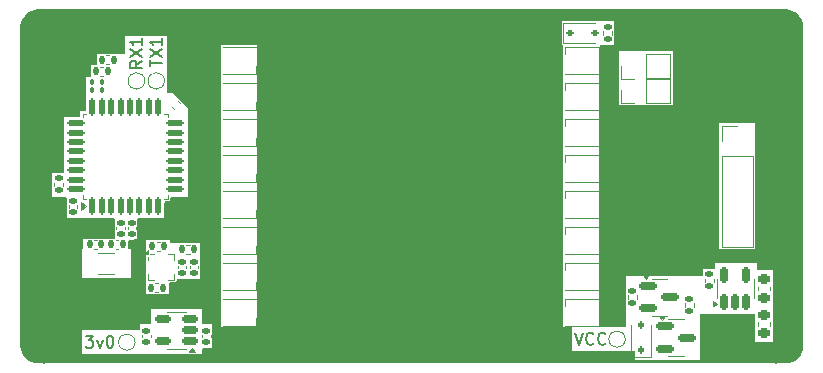
<source format=gbr>
%TF.GenerationSoftware,KiCad,Pcbnew,9.0.0*%
%TF.CreationDate,2025-03-29T11:26:47-04:00*%
%TF.ProjectId,mainboard,6d61696e-626f-4617-9264-2e6b69636164,rev?*%
%TF.SameCoordinates,Original*%
%TF.FileFunction,Legend,Top*%
%TF.FilePolarity,Positive*%
%FSLAX46Y46*%
G04 Gerber Fmt 4.6, Leading zero omitted, Abs format (unit mm)*
G04 Created by KiCad (PCBNEW 9.0.0) date 2025-03-29 11:26:47*
%MOMM*%
%LPD*%
G01*
G04 APERTURE LIST*
G04 Aperture macros list*
%AMRoundRect*
0 Rectangle with rounded corners*
0 $1 Rounding radius*
0 $2 $3 $4 $5 $6 $7 $8 $9 X,Y pos of 4 corners*
0 Add a 4 corners polygon primitive as box body*
4,1,4,$2,$3,$4,$5,$6,$7,$8,$9,$2,$3,0*
0 Add four circle primitives for the rounded corners*
1,1,$1+$1,$2,$3*
1,1,$1+$1,$4,$5*
1,1,$1+$1,$6,$7*
1,1,$1+$1,$8,$9*
0 Add four rect primitives between the rounded corners*
20,1,$1+$1,$2,$3,$4,$5,0*
20,1,$1+$1,$4,$5,$6,$7,0*
20,1,$1+$1,$6,$7,$8,$9,0*
20,1,$1+$1,$8,$9,$2,$3,0*%
G04 Aperture macros list end*
%ADD10C,0.150000*%
%ADD11C,0.120000*%
%ADD12RoundRect,0.135000X-0.135000X-0.185000X0.135000X-0.185000X0.135000X0.185000X-0.135000X0.185000X0*%
%ADD13RoundRect,0.150000X0.150000X-0.512500X0.150000X0.512500X-0.150000X0.512500X-0.150000X-0.512500X0*%
%ADD14RoundRect,0.125000X0.125000X-0.625000X0.125000X0.625000X-0.125000X0.625000X-0.125000X-0.625000X0*%
%ADD15RoundRect,0.125000X0.625000X-0.125000X0.625000X0.125000X-0.625000X0.125000X-0.625000X-0.125000X0*%
%ADD16R,1.350000X1.350000*%
%ADD17O,1.350000X1.350000*%
%ADD18RoundRect,0.150000X0.512500X0.150000X-0.512500X0.150000X-0.512500X-0.150000X0.512500X-0.150000X0*%
%ADD19R,0.700000X0.700000*%
%ADD20R,1.700000X1.700000*%
%ADD21O,1.700000X1.700000*%
%ADD22RoundRect,0.140000X-0.170000X0.140000X-0.170000X-0.140000X0.170000X-0.140000X0.170000X0.140000X0*%
%ADD23RoundRect,0.150000X-0.587500X-0.150000X0.587500X-0.150000X0.587500X0.150000X-0.587500X0.150000X0*%
%ADD24RoundRect,0.140000X0.170000X-0.140000X0.170000X0.140000X-0.170000X0.140000X-0.170000X-0.140000X0*%
%ADD25RoundRect,0.225000X-0.250000X0.225000X-0.250000X-0.225000X0.250000X-0.225000X0.250000X0.225000X0*%
%ADD26R,1.000000X1.800000*%
%ADD27RoundRect,0.135000X0.135000X0.185000X-0.135000X0.185000X-0.135000X-0.185000X0.135000X-0.185000X0*%
%ADD28R,0.375000X0.350000*%
%ADD29R,0.350000X0.375000*%
%ADD30RoundRect,0.112500X-0.187500X-0.112500X0.187500X-0.112500X0.187500X0.112500X-0.187500X0.112500X0*%
%ADD31C,1.000000*%
%ADD32RoundRect,0.135000X-0.185000X0.135000X-0.185000X-0.135000X0.185000X-0.135000X0.185000X0.135000X0*%
%ADD33RoundRect,0.140000X-0.140000X-0.170000X0.140000X-0.170000X0.140000X0.170000X-0.140000X0.170000X0*%
%ADD34RoundRect,0.135000X0.185000X-0.135000X0.185000X0.135000X-0.185000X0.135000X-0.185000X-0.135000X0*%
%ADD35RoundRect,0.100000X0.100000X-0.130000X0.100000X0.130000X-0.100000X0.130000X-0.100000X-0.130000X0*%
%ADD36RoundRect,0.140000X0.140000X0.170000X-0.140000X0.170000X-0.140000X-0.170000X0.140000X-0.170000X0*%
%ADD37RoundRect,0.112500X0.112500X-0.187500X0.112500X0.187500X-0.112500X0.187500X-0.112500X-0.187500X0*%
%ADD38RoundRect,0.140000X-0.219203X-0.021213X-0.021213X-0.219203X0.219203X0.021213X0.021213X0.219203X0*%
G04 APERTURE END LIST*
D10*
X216662000Y-76200000D02*
X216662000Y-106172000D01*
X154686000Y-76200000D02*
X154686000Y-106172000D01*
X173101000Y-76454000D02*
X198247000Y-76454000D01*
X198247000Y-105918000D01*
X173101000Y-105918000D01*
X173101000Y-76454000D01*
X158194524Y-103848819D02*
X158813571Y-103848819D01*
X158813571Y-103848819D02*
X158480238Y-104229771D01*
X158480238Y-104229771D02*
X158623095Y-104229771D01*
X158623095Y-104229771D02*
X158718333Y-104277390D01*
X158718333Y-104277390D02*
X158765952Y-104325009D01*
X158765952Y-104325009D02*
X158813571Y-104420247D01*
X158813571Y-104420247D02*
X158813571Y-104658342D01*
X158813571Y-104658342D02*
X158765952Y-104753580D01*
X158765952Y-104753580D02*
X158718333Y-104801200D01*
X158718333Y-104801200D02*
X158623095Y-104848819D01*
X158623095Y-104848819D02*
X158337381Y-104848819D01*
X158337381Y-104848819D02*
X158242143Y-104801200D01*
X158242143Y-104801200D02*
X158194524Y-104753580D01*
X159146905Y-104182152D02*
X159385000Y-104848819D01*
X159385000Y-104848819D02*
X159623095Y-104182152D01*
X160194524Y-103848819D02*
X160289762Y-103848819D01*
X160289762Y-103848819D02*
X160385000Y-103896438D01*
X160385000Y-103896438D02*
X160432619Y-103944057D01*
X160432619Y-103944057D02*
X160480238Y-104039295D01*
X160480238Y-104039295D02*
X160527857Y-104229771D01*
X160527857Y-104229771D02*
X160527857Y-104467866D01*
X160527857Y-104467866D02*
X160480238Y-104658342D01*
X160480238Y-104658342D02*
X160432619Y-104753580D01*
X160432619Y-104753580D02*
X160385000Y-104801200D01*
X160385000Y-104801200D02*
X160289762Y-104848819D01*
X160289762Y-104848819D02*
X160194524Y-104848819D01*
X160194524Y-104848819D02*
X160099286Y-104801200D01*
X160099286Y-104801200D02*
X160051667Y-104753580D01*
X160051667Y-104753580D02*
X160004048Y-104658342D01*
X160004048Y-104658342D02*
X159956429Y-104467866D01*
X159956429Y-104467866D02*
X159956429Y-104229771D01*
X159956429Y-104229771D02*
X160004048Y-104039295D01*
X160004048Y-104039295D02*
X160051667Y-103944057D01*
X160051667Y-103944057D02*
X160099286Y-103896438D01*
X160099286Y-103896438D02*
X160194524Y-103848819D01*
X199606067Y-103594819D02*
X199939400Y-104594819D01*
X199939400Y-104594819D02*
X200272733Y-103594819D01*
X201177495Y-104499580D02*
X201129876Y-104547200D01*
X201129876Y-104547200D02*
X200987019Y-104594819D01*
X200987019Y-104594819D02*
X200891781Y-104594819D01*
X200891781Y-104594819D02*
X200748924Y-104547200D01*
X200748924Y-104547200D02*
X200653686Y-104451961D01*
X200653686Y-104451961D02*
X200606067Y-104356723D01*
X200606067Y-104356723D02*
X200558448Y-104166247D01*
X200558448Y-104166247D02*
X200558448Y-104023390D01*
X200558448Y-104023390D02*
X200606067Y-103832914D01*
X200606067Y-103832914D02*
X200653686Y-103737676D01*
X200653686Y-103737676D02*
X200748924Y-103642438D01*
X200748924Y-103642438D02*
X200891781Y-103594819D01*
X200891781Y-103594819D02*
X200987019Y-103594819D01*
X200987019Y-103594819D02*
X201129876Y-103642438D01*
X201129876Y-103642438D02*
X201177495Y-103690057D01*
X202177495Y-104499580D02*
X202129876Y-104547200D01*
X202129876Y-104547200D02*
X201987019Y-104594819D01*
X201987019Y-104594819D02*
X201891781Y-104594819D01*
X201891781Y-104594819D02*
X201748924Y-104547200D01*
X201748924Y-104547200D02*
X201653686Y-104451961D01*
X201653686Y-104451961D02*
X201606067Y-104356723D01*
X201606067Y-104356723D02*
X201558448Y-104166247D01*
X201558448Y-104166247D02*
X201558448Y-104023390D01*
X201558448Y-104023390D02*
X201606067Y-103832914D01*
X201606067Y-103832914D02*
X201653686Y-103737676D01*
X201653686Y-103737676D02*
X201748924Y-103642438D01*
X201748924Y-103642438D02*
X201891781Y-103594819D01*
X201891781Y-103594819D02*
X201987019Y-103594819D01*
X201987019Y-103594819D02*
X202129876Y-103642438D01*
X202129876Y-103642438D02*
X202177495Y-103690057D01*
X163615019Y-81044894D02*
X163615019Y-80473466D01*
X164615019Y-80759180D02*
X163615019Y-80759180D01*
X163615019Y-80235370D02*
X164615019Y-79568704D01*
X163615019Y-79568704D02*
X164615019Y-80235370D01*
X164615019Y-78663942D02*
X164615019Y-79235370D01*
X164615019Y-78949656D02*
X163615019Y-78949656D01*
X163615019Y-78949656D02*
X163757876Y-79044894D01*
X163757876Y-79044894D02*
X163853114Y-79140132D01*
X163853114Y-79140132D02*
X163900733Y-79235370D01*
X162938619Y-80576657D02*
X162462428Y-80909990D01*
X162938619Y-81148085D02*
X161938619Y-81148085D01*
X161938619Y-81148085D02*
X161938619Y-80767133D01*
X161938619Y-80767133D02*
X161986238Y-80671895D01*
X161986238Y-80671895D02*
X162033857Y-80624276D01*
X162033857Y-80624276D02*
X162129095Y-80576657D01*
X162129095Y-80576657D02*
X162271952Y-80576657D01*
X162271952Y-80576657D02*
X162367190Y-80624276D01*
X162367190Y-80624276D02*
X162414809Y-80671895D01*
X162414809Y-80671895D02*
X162462428Y-80767133D01*
X162462428Y-80767133D02*
X162462428Y-81148085D01*
X161938619Y-80243323D02*
X162938619Y-79576657D01*
X161938619Y-79576657D02*
X162938619Y-80243323D01*
X162938619Y-78671895D02*
X162938619Y-79243323D01*
X162938619Y-78957609D02*
X161938619Y-78957609D01*
X161938619Y-78957609D02*
X162081476Y-79052847D01*
X162081476Y-79052847D02*
X162176714Y-79148085D01*
X162176714Y-79148085D02*
X162224333Y-79243323D01*
D11*
%TO.C,R13*%
X159383759Y-81077800D02*
X159691041Y-81077800D01*
X159383759Y-81837800D02*
X159691041Y-81837800D01*
%TO.C,U5*%
X211622200Y-99822000D02*
X211622200Y-99022000D01*
X211622200Y-99822000D02*
X211622200Y-100622000D01*
X214742200Y-99822000D02*
X214742200Y-99022000D01*
X214742200Y-99822000D02*
X214742200Y-100622000D01*
X211672200Y-101122000D02*
X211342200Y-101362000D01*
X211342200Y-100882000D01*
X211672200Y-101122000D01*
G36*
X211672200Y-101122000D02*
G01*
X211342200Y-101362000D01*
X211342200Y-100882000D01*
X211672200Y-101122000D01*
G37*
%TO.C,U4*%
X157934000Y-85036000D02*
X158234000Y-85036000D01*
X157934000Y-85336000D02*
X157934000Y-85036000D01*
X157934000Y-91956000D02*
X157934000Y-92256000D01*
X157934000Y-92256000D02*
X158234000Y-92256000D01*
X165154000Y-85036000D02*
X164854000Y-85036000D01*
X165154000Y-85336000D02*
X165154000Y-85036000D01*
X165154000Y-91956000D02*
X165154000Y-92256000D01*
X165154000Y-92256000D02*
X164854000Y-92256000D01*
X158234000Y-92858500D02*
X157764000Y-93198500D01*
X157764000Y-92518500D01*
X158234000Y-92858500D01*
G36*
X158234000Y-92858500D02*
G01*
X157764000Y-93198500D01*
X157764000Y-92518500D01*
X158234000Y-92858500D01*
G37*
%TO.C,R6*%
X164184359Y-95886000D02*
X164491641Y-95886000D01*
X164184359Y-96646000D02*
X164491641Y-96646000D01*
%TO.C,J3*%
X203537000Y-82086000D02*
X203537000Y-81026000D01*
X204597000Y-82086000D02*
X203537000Y-82086000D01*
X205597000Y-79966000D02*
X207657000Y-79966000D01*
X205597000Y-82086000D02*
X205597000Y-79966000D01*
X205597000Y-82086000D02*
X207657000Y-82086000D01*
X207657000Y-82086000D02*
X207657000Y-79966000D01*
%TO.C,U1*%
X165862000Y-101818000D02*
X165062000Y-101818000D01*
X165862000Y-101818000D02*
X166662000Y-101818000D01*
X165862000Y-104938000D02*
X165062000Y-104938000D01*
X165862000Y-104938000D02*
X166662000Y-104938000D01*
X167402000Y-105218000D02*
X166922000Y-105218000D01*
X167162000Y-104888000D01*
X167402000Y-105218000D01*
G36*
X167402000Y-105218000D02*
G01*
X166922000Y-105218000D01*
X167162000Y-104888000D01*
X167402000Y-105218000D01*
G37*
%TO.C,R7*%
X164031959Y-99416600D02*
X164339241Y-99416600D01*
X164031959Y-100176600D02*
X164339241Y-100176600D01*
%TO.C,D2*%
X172616000Y-82416000D02*
X169776000Y-82416000D01*
X172616000Y-84716000D02*
X169776000Y-84716000D01*
X172616000Y-84716000D02*
X172616000Y-84066000D01*
%TO.C,J1*%
X212030000Y-86056000D02*
X213360000Y-86056000D01*
X212030000Y-87386000D02*
X212030000Y-86056000D01*
X212030000Y-88656000D02*
X212030000Y-96336000D01*
X212030000Y-88656000D02*
X214690000Y-88656000D01*
X212030000Y-96336000D02*
X214690000Y-96336000D01*
X214690000Y-88656000D02*
X214690000Y-96336000D01*
%TO.C,C3*%
X165984600Y-97936164D02*
X165984600Y-98151836D01*
X166704600Y-97936164D02*
X166704600Y-98151836D01*
%TO.C,C4*%
X167000600Y-97936164D02*
X167000600Y-98151836D01*
X167720600Y-97936164D02*
X167720600Y-98151836D01*
%TO.C,Q2*%
X206756000Y-99024000D02*
X206106000Y-99024000D01*
X206756000Y-99024000D02*
X207406000Y-99024000D01*
X206756000Y-102144000D02*
X206106000Y-102144000D01*
X206756000Y-102144000D02*
X207406000Y-102144000D01*
X205593500Y-99074000D02*
X205353500Y-98744000D01*
X205833500Y-98744000D01*
X205593500Y-99074000D01*
G36*
X205593500Y-99074000D02*
G01*
X205353500Y-98744000D01*
X205833500Y-98744000D01*
X205593500Y-99074000D01*
G37*
%TO.C,C10*%
X160777600Y-94849836D02*
X160777600Y-94634164D01*
X161497600Y-94849836D02*
X161497600Y-94634164D01*
%TO.C,D7*%
X172616000Y-97656000D02*
X169776000Y-97656000D01*
X172616000Y-99956000D02*
X169776000Y-99956000D01*
X172616000Y-99956000D02*
X172616000Y-99306000D01*
%TO.C,C15*%
X215136000Y-102704020D02*
X215136000Y-102985180D01*
X216156000Y-102704020D02*
X216156000Y-102985180D01*
%TO.C,Y1*%
X159243400Y-96864200D02*
X160593400Y-96864200D01*
X159243400Y-98614200D02*
X160593400Y-98614200D01*
%TO.C,R2*%
X167006241Y-96140000D02*
X166698959Y-96140000D01*
X167006241Y-96900000D02*
X166698959Y-96900000D01*
%TO.C,U3*%
X163466600Y-96944000D02*
X163466600Y-96944000D01*
X163466600Y-97444000D02*
X163466600Y-97144000D01*
X163466600Y-98644000D02*
X163466600Y-98644000D01*
X163466600Y-99144000D02*
X163466600Y-98644000D01*
X163966600Y-96944000D02*
X163666600Y-96944000D01*
X163966600Y-99144000D02*
X163466600Y-99144000D01*
X165166600Y-96944000D02*
X165666600Y-96944000D01*
X165166600Y-99144000D02*
X165166600Y-99144000D01*
X165666600Y-96944000D02*
X165666600Y-97444000D01*
X165666600Y-97444000D02*
X165666600Y-97444000D01*
X165666600Y-98644000D02*
X165666600Y-99144000D01*
X165666600Y-99144000D02*
X165166600Y-99144000D01*
X163466600Y-96944000D02*
X163106600Y-96944000D01*
X163466600Y-96584000D01*
X163466600Y-96944000D01*
G36*
X163466600Y-96944000D02*
G01*
X163106600Y-96944000D01*
X163466600Y-96584000D01*
X163466600Y-96944000D01*
G37*
%TO.C,D33*%
X198635000Y-77382000D02*
X198635000Y-79082000D01*
X198635000Y-77382000D02*
X201295000Y-77382000D01*
X198635000Y-79082000D02*
X201295000Y-79082000D01*
%TO.C,D3*%
X172616000Y-85464000D02*
X169776000Y-85464000D01*
X172616000Y-87764000D02*
X169776000Y-87764000D01*
X172616000Y-87764000D02*
X172616000Y-87114000D01*
%TO.C,C8*%
X168042000Y-103993836D02*
X168042000Y-103778164D01*
X168762000Y-103993836D02*
X168762000Y-103778164D01*
%TO.C,3v0*%
X162371000Y-104394000D02*
G75*
G02*
X160971000Y-104394000I-700000J0D01*
G01*
X160971000Y-104394000D02*
G75*
G02*
X162371000Y-104394000I700000J0D01*
G01*
%TO.C,D9*%
X198732000Y-100704000D02*
X198732000Y-101354000D01*
X198732000Y-100704000D02*
X201572000Y-100704000D01*
X198732000Y-103004000D02*
X201572000Y-103004000D01*
%TO.C,J2*%
X203537000Y-84118000D02*
X203537000Y-83058000D01*
X204597000Y-84118000D02*
X203537000Y-84118000D01*
X205597000Y-81998000D02*
X207657000Y-81998000D01*
X205597000Y-84118000D02*
X205597000Y-81998000D01*
X205597000Y-84118000D02*
X207657000Y-84118000D01*
X207657000Y-84118000D02*
X207657000Y-81998000D01*
%TO.C,D16*%
X198732000Y-79368000D02*
X198732000Y-80018000D01*
X198732000Y-79368000D02*
X201572000Y-79368000D01*
X198732000Y-81668000D02*
X201572000Y-81668000D01*
%TO.C,R15*%
X208916000Y-101065359D02*
X208916000Y-101372641D01*
X209676000Y-101065359D02*
X209676000Y-101372641D01*
%TO.C,C12*%
X158896164Y-95753600D02*
X159111836Y-95753600D01*
X158896164Y-96473600D02*
X159111836Y-96473600D01*
%TO.C,D11*%
X198732000Y-94608000D02*
X198732000Y-95258000D01*
X198732000Y-94608000D02*
X201572000Y-94608000D01*
X198732000Y-96908000D02*
X201572000Y-96908000D01*
%TO.C,D14*%
X198732000Y-85464000D02*
X198732000Y-86114000D01*
X198732000Y-85464000D02*
X201572000Y-85464000D01*
X198732000Y-87764000D02*
X201572000Y-87764000D01*
%TO.C,R8*%
X210592400Y-99315241D02*
X210592400Y-99007959D01*
X211352400Y-99315241D02*
X211352400Y-99007959D01*
%TO.C,TP9*%
X203874600Y-104140000D02*
G75*
G02*
X202474600Y-104140000I-700000J0D01*
G01*
X202474600Y-104140000D02*
G75*
G02*
X203874600Y-104140000I700000J0D01*
G01*
%TO.C,R14*%
X159891759Y-80112600D02*
X160199041Y-80112600D01*
X159891759Y-80872600D02*
X160199041Y-80872600D01*
%TO.C,TX1*%
X164860200Y-82270600D02*
G75*
G02*
X163460200Y-82270600I-700000J0D01*
G01*
X163460200Y-82270600D02*
G75*
G02*
X164860200Y-82270600I700000J0D01*
G01*
%TO.C,R10*%
X202007200Y-78078359D02*
X202007200Y-78385641D01*
X202767200Y-78078359D02*
X202767200Y-78385641D01*
%TO.C,C14*%
X215136000Y-99706820D02*
X215136000Y-99987980D01*
X216156000Y-99706820D02*
X216156000Y-99987980D01*
%TO.C,D1*%
X172616000Y-79368000D02*
X169776000Y-79368000D01*
X172616000Y-81668000D02*
X169776000Y-81668000D01*
X172616000Y-81668000D02*
X172616000Y-81018000D01*
%TO.C,Q3*%
X208153000Y-102453000D02*
X207503000Y-102453000D01*
X208153000Y-102453000D02*
X208803000Y-102453000D01*
X208153000Y-105573000D02*
X207503000Y-105573000D01*
X208153000Y-105573000D02*
X208803000Y-105573000D01*
X206990500Y-102503000D02*
X206750500Y-102173000D01*
X207230500Y-102173000D01*
X206990500Y-102503000D01*
G36*
X206990500Y-102503000D02*
G01*
X206750500Y-102173000D01*
X207230500Y-102173000D01*
X206990500Y-102503000D01*
G37*
%TO.C,R4*%
X155525200Y-91187241D02*
X155525200Y-90879959D01*
X156285200Y-91187241D02*
X156285200Y-90879959D01*
%TO.C,C13*%
X160940636Y-95753600D02*
X160724964Y-95753600D01*
X160940636Y-96473600D02*
X160724964Y-96473600D01*
%TO.C,D34*%
X204382000Y-105623000D02*
X204382000Y-102963000D01*
X204382000Y-105623000D02*
X206082000Y-105623000D01*
X206082000Y-105623000D02*
X206082000Y-102963000D01*
%TO.C,D4*%
X172616000Y-88512000D02*
X169776000Y-88512000D01*
X172616000Y-90812000D02*
X169776000Y-90812000D01*
X172616000Y-90812000D02*
X172616000Y-90162000D01*
%TO.C,D6*%
X172616000Y-94608000D02*
X169776000Y-94608000D01*
X172616000Y-96908000D02*
X169776000Y-96908000D01*
X172616000Y-96908000D02*
X172616000Y-96258000D01*
%TO.C,D8*%
X172616000Y-100704000D02*
X169776000Y-100704000D01*
X172616000Y-103004000D02*
X169776000Y-103004000D01*
X172616000Y-103004000D02*
X172616000Y-102354000D01*
%TO.C,C6*%
X156764400Y-93021036D02*
X156764400Y-92805364D01*
X157484400Y-93021036D02*
X157484400Y-92805364D01*
%TO.C,RX1*%
X163183800Y-82270600D02*
G75*
G02*
X161783800Y-82270600I-700000J0D01*
G01*
X161783800Y-82270600D02*
G75*
G02*
X163183800Y-82270600I700000J0D01*
G01*
%TO.C,D13*%
X198732000Y-88512000D02*
X198732000Y-89162000D01*
X198732000Y-88512000D02*
X201572000Y-88512000D01*
X198732000Y-90812000D02*
X201572000Y-90812000D01*
%TO.C,D5*%
X172616000Y-91560000D02*
X169776000Y-91560000D01*
X172616000Y-93860000D02*
X169776000Y-93860000D01*
X172616000Y-93860000D02*
X172616000Y-93210000D01*
%TO.C,D12*%
X198732000Y-91560000D02*
X198732000Y-92210000D01*
X198732000Y-91560000D02*
X201572000Y-91560000D01*
X198732000Y-93860000D02*
X201572000Y-93860000D01*
%TO.C,R9*%
X204090000Y-100737641D02*
X204090000Y-100430359D01*
X204850000Y-100737641D02*
X204850000Y-100430359D01*
%TO.C,D15*%
X198732000Y-82416000D02*
X198732000Y-83066000D01*
X198732000Y-82416000D02*
X201572000Y-82416000D01*
X198732000Y-84716000D02*
X201572000Y-84716000D01*
%TO.C,C9*%
X162962000Y-103993836D02*
X162962000Y-103778164D01*
X163682000Y-103993836D02*
X163682000Y-103778164D01*
%TO.C,C7*%
X161742800Y-94634164D02*
X161742800Y-94849836D01*
X162462800Y-94634164D02*
X162462800Y-94849836D01*
%TO.C,C5*%
X165531190Y-84506307D02*
X165683693Y-84658810D01*
X166040307Y-83997190D02*
X166192810Y-84149693D01*
%TO.C,D10*%
X198732000Y-97656000D02*
X198732000Y-98306000D01*
X198732000Y-97656000D02*
X201572000Y-97656000D01*
X198732000Y-99956000D02*
X201572000Y-99956000D01*
%TD*%
G36*
X217425223Y-76200024D02*
G01*
X217535222Y-76202181D01*
X217552189Y-76203684D01*
X217770680Y-76238290D01*
X217789600Y-76242832D01*
X217998827Y-76310813D01*
X218016804Y-76318259D01*
X218212826Y-76418138D01*
X218229416Y-76428305D01*
X218407393Y-76557612D01*
X218422189Y-76570249D01*
X218577750Y-76725810D01*
X218590387Y-76740606D01*
X218719694Y-76918583D01*
X218729861Y-76935173D01*
X218829740Y-77131195D01*
X218837186Y-77149172D01*
X218905167Y-77358399D01*
X218909709Y-77377319D01*
X218944315Y-77595810D01*
X218945818Y-77612776D01*
X218947976Y-77722776D01*
X218948000Y-77725208D01*
X218948000Y-104646791D01*
X218947976Y-104649223D01*
X218945818Y-104759223D01*
X218944315Y-104776189D01*
X218909709Y-104994680D01*
X218905167Y-105013600D01*
X218837186Y-105222827D01*
X218829740Y-105240804D01*
X218729861Y-105436826D01*
X218719694Y-105453416D01*
X218590387Y-105631393D01*
X218577750Y-105646189D01*
X218422189Y-105801750D01*
X218407393Y-105814387D01*
X218229416Y-105943694D01*
X218212826Y-105953861D01*
X218016804Y-106053740D01*
X217998827Y-106061186D01*
X217789600Y-106129167D01*
X217770680Y-106133709D01*
X217552189Y-106168315D01*
X217535223Y-106169818D01*
X217425224Y-106171976D01*
X217422792Y-106172000D01*
X154179208Y-106172000D01*
X154176776Y-106171976D01*
X154066776Y-106169818D01*
X154049810Y-106168315D01*
X153831319Y-106133709D01*
X153812399Y-106129167D01*
X153603172Y-106061186D01*
X153585195Y-106053740D01*
X153389173Y-105953861D01*
X153372583Y-105943694D01*
X153194606Y-105814387D01*
X153179810Y-105801750D01*
X153024249Y-105646189D01*
X153011612Y-105631393D01*
X152882305Y-105453416D01*
X152872138Y-105436826D01*
X152772259Y-105240804D01*
X152764813Y-105222827D01*
X152696832Y-105013600D01*
X152692290Y-104994680D01*
X152657684Y-104776189D01*
X152656181Y-104759222D01*
X152654024Y-104649222D01*
X152654000Y-104646791D01*
X152654000Y-103378000D01*
X157861000Y-103378000D01*
X157861000Y-105410000D01*
X168021000Y-105410000D01*
X168021000Y-105026000D01*
X168040685Y-104958961D01*
X168093489Y-104913206D01*
X168145000Y-104902000D01*
X168910000Y-104902000D01*
X168910000Y-103124000D01*
X169672000Y-103124000D01*
X172720000Y-103124000D01*
X172720000Y-79248000D01*
X198501000Y-79248000D01*
X198504000Y-79248000D01*
X198571039Y-79267685D01*
X198616794Y-79320489D01*
X198628000Y-79372000D01*
X198628000Y-103124000D01*
X199266000Y-103124000D01*
X199333039Y-103143685D01*
X199378794Y-103196489D01*
X199390000Y-103248000D01*
X199390000Y-105156000D01*
X204600000Y-105156000D01*
X204667039Y-105175685D01*
X204712794Y-105228489D01*
X204724000Y-105280000D01*
X204724000Y-105918000D01*
X210185000Y-105918000D01*
X210185000Y-102105000D01*
X210204685Y-102037961D01*
X210257489Y-101992206D01*
X210309000Y-101981000D01*
X214760000Y-101981000D01*
X214827039Y-102000685D01*
X214872794Y-102053489D01*
X214884000Y-102105000D01*
X214884000Y-104394000D01*
X216408000Y-104394000D01*
X216408000Y-98298000D01*
X215135000Y-98298000D01*
X215067961Y-98278315D01*
X215022206Y-98225511D01*
X215011000Y-98174000D01*
X215011000Y-97663000D01*
X211455000Y-97663000D01*
X211455000Y-98047000D01*
X211435315Y-98114039D01*
X211382511Y-98159794D01*
X211331000Y-98171000D01*
X210439000Y-98171000D01*
X210439000Y-98682000D01*
X210419315Y-98749039D01*
X210366511Y-98794794D01*
X210315000Y-98806000D01*
X203962000Y-98806000D01*
X203962000Y-103000000D01*
X203942315Y-103067039D01*
X203889511Y-103112794D01*
X203838000Y-103124000D01*
X201800000Y-103124000D01*
X201732961Y-103104315D01*
X201687206Y-103051511D01*
X201676000Y-103000000D01*
X201676000Y-96520000D01*
X211836000Y-96520000D01*
X214884000Y-96520000D01*
X214884000Y-85852000D01*
X211836000Y-85852000D01*
X211836000Y-96520000D01*
X201676000Y-96520000D01*
X201676000Y-84328000D01*
X203327000Y-84328000D01*
X207899000Y-84328000D01*
X207899000Y-79756000D01*
X203327000Y-79756000D01*
X203327000Y-84328000D01*
X201676000Y-84328000D01*
X201676000Y-79372000D01*
X201695685Y-79304961D01*
X201748489Y-79259206D01*
X201800000Y-79248000D01*
X202946000Y-79248000D01*
X202946000Y-77216000D01*
X198501000Y-77216000D01*
X198501000Y-79248000D01*
X172720000Y-79248000D01*
X169672000Y-79248000D01*
X169672000Y-103124000D01*
X168910000Y-103124000D01*
X168910000Y-102870000D01*
X168145000Y-102870000D01*
X168077961Y-102850315D01*
X168032206Y-102797511D01*
X168021000Y-102746000D01*
X168021000Y-101600000D01*
X163703000Y-101600000D01*
X163703000Y-102746000D01*
X163683315Y-102813039D01*
X163630511Y-102858794D01*
X163579000Y-102870000D01*
X162814000Y-102870000D01*
X162814000Y-103254000D01*
X162794315Y-103321039D01*
X162741511Y-103366794D01*
X162690000Y-103378000D01*
X157861000Y-103378000D01*
X152654000Y-103378000D01*
X152654000Y-100330000D01*
X163322000Y-100330000D01*
X165227000Y-100330000D01*
X165227000Y-99438000D01*
X165246685Y-99370961D01*
X165299489Y-99325206D01*
X165351000Y-99314000D01*
X165862000Y-99314000D01*
X165862000Y-99184000D01*
X165881685Y-99116961D01*
X165934489Y-99071206D01*
X165986000Y-99060000D01*
X167894000Y-99060000D01*
X167894000Y-96012000D01*
X165478000Y-96012000D01*
X165410961Y-95992315D01*
X165365206Y-95939511D01*
X165354000Y-95888000D01*
X165354000Y-95758000D01*
X163322000Y-95758000D01*
X163322000Y-100330000D01*
X152654000Y-100330000D01*
X152654000Y-90043000D01*
X155321000Y-90043000D01*
X155321000Y-92075000D01*
X156467000Y-92075000D01*
X156534039Y-92094685D01*
X156579794Y-92147489D01*
X156591000Y-92199000D01*
X156591000Y-93853000D01*
X160531000Y-93853000D01*
X160598039Y-93872685D01*
X160643794Y-93925489D01*
X160655000Y-93977000D01*
X160655000Y-95507000D01*
X160635315Y-95574039D01*
X160582511Y-95619794D01*
X160531000Y-95631000D01*
X157988000Y-95631000D01*
X157988000Y-96396000D01*
X157968315Y-96463039D01*
X157915511Y-96508794D01*
X157864000Y-96520000D01*
X157861000Y-96520000D01*
X157861000Y-98933000D01*
X162052000Y-98933000D01*
X162052000Y-96520000D01*
X161922000Y-96520000D01*
X161854961Y-96500315D01*
X161809206Y-96447511D01*
X161798000Y-96396000D01*
X161798000Y-95863043D01*
X161817685Y-95796004D01*
X161870489Y-95750249D01*
X161901615Y-95740730D01*
X162559999Y-95630999D01*
X162560000Y-95630999D01*
X162560000Y-93977000D01*
X162579685Y-93909961D01*
X162632489Y-93864206D01*
X162684000Y-93853000D01*
X164846000Y-93853000D01*
X164846000Y-92580000D01*
X164865685Y-92512961D01*
X164918489Y-92467206D01*
X164970000Y-92456000D01*
X165354000Y-92456000D01*
X165354000Y-92199000D01*
X165373685Y-92131961D01*
X165426489Y-92086206D01*
X165478000Y-92075000D01*
X166878000Y-92075000D01*
X166878000Y-84582000D01*
X165608000Y-83312000D01*
X165224000Y-83312000D01*
X165156961Y-83292315D01*
X165111206Y-83239511D01*
X165100000Y-83188000D01*
X165100000Y-78486000D01*
X161544000Y-78486000D01*
X161544000Y-79886000D01*
X161524315Y-79953039D01*
X161471511Y-79998794D01*
X161420000Y-80010000D01*
X159131000Y-80010000D01*
X159131000Y-80775000D01*
X159111315Y-80842039D01*
X159058511Y-80887794D01*
X159007000Y-80899000D01*
X158623000Y-80899000D01*
X158623000Y-81791000D01*
X158603315Y-81858039D01*
X158550511Y-81903794D01*
X158499000Y-81915000D01*
X158242000Y-81915000D01*
X158242000Y-84712000D01*
X158222315Y-84779039D01*
X158169511Y-84824794D01*
X158118000Y-84836000D01*
X157734000Y-84836000D01*
X157734000Y-85220000D01*
X157714315Y-85287039D01*
X157661511Y-85332794D01*
X157610000Y-85344000D01*
X156337000Y-85344000D01*
X156337000Y-89919000D01*
X156317315Y-89986039D01*
X156264511Y-90031794D01*
X156213000Y-90043000D01*
X155321000Y-90043000D01*
X152654000Y-90043000D01*
X152654000Y-77725208D01*
X152654024Y-77722777D01*
X152656181Y-77612777D01*
X152657684Y-77595810D01*
X152692290Y-77377319D01*
X152696832Y-77358399D01*
X152764813Y-77149172D01*
X152772259Y-77131195D01*
X152872138Y-76935173D01*
X152882305Y-76918583D01*
X153011612Y-76740606D01*
X153024249Y-76725810D01*
X153179810Y-76570249D01*
X153194606Y-76557612D01*
X153372583Y-76428305D01*
X153389173Y-76418138D01*
X153585195Y-76318259D01*
X153603172Y-76310813D01*
X153812399Y-76242832D01*
X153831319Y-76238290D01*
X154049810Y-76203684D01*
X154066777Y-76202181D01*
X154176777Y-76200024D01*
X154179208Y-76200000D01*
X217422792Y-76200000D01*
X217425223Y-76200024D01*
G37*
%LPC*%
D12*
%TO.C,R13*%
X159027400Y-81457800D03*
X160047400Y-81457800D03*
%TD*%
D13*
%TO.C,U5*%
X212232200Y-100959500D03*
X213182200Y-100959500D03*
X214132200Y-100959500D03*
X214132200Y-98684500D03*
X212232200Y-98684500D03*
%TD*%
D14*
%TO.C,U4*%
X158744000Y-92821000D03*
X159544000Y-92821000D03*
X160344000Y-92821000D03*
X161144000Y-92821000D03*
X161944000Y-92821000D03*
X162744000Y-92821000D03*
X163544000Y-92821000D03*
X164344000Y-92821000D03*
D15*
X165719000Y-91446000D03*
X165719000Y-90646000D03*
X165719000Y-89846000D03*
X165719000Y-89046000D03*
X165719000Y-88246000D03*
X165719000Y-87446000D03*
X165719000Y-86646000D03*
X165719000Y-85846000D03*
D14*
X164344000Y-84471000D03*
X163544000Y-84471000D03*
X162744000Y-84471000D03*
X161944000Y-84471000D03*
X161144000Y-84471000D03*
X160344000Y-84471000D03*
X159544000Y-84471000D03*
X158744000Y-84471000D03*
D15*
X157369000Y-85846000D03*
X157369000Y-86646000D03*
X157369000Y-87446000D03*
X157369000Y-88246000D03*
X157369000Y-89046000D03*
X157369000Y-89846000D03*
X157369000Y-90646000D03*
X157369000Y-91446000D03*
%TD*%
D12*
%TO.C,R6*%
X163828000Y-96266000D03*
X164848000Y-96266000D03*
%TD*%
D16*
%TO.C,J3*%
X204597000Y-81026000D03*
D17*
X206597000Y-81026000D03*
%TD*%
D18*
%TO.C,U1*%
X166999500Y-104328000D03*
X166999500Y-103378000D03*
X166999500Y-102428000D03*
X164724500Y-102428000D03*
X164724500Y-104328000D03*
%TD*%
D12*
%TO.C,R7*%
X163675600Y-99796600D03*
X164695600Y-99796600D03*
%TD*%
D19*
%TO.C,D2*%
X172111000Y-84116000D03*
X172111000Y-83016000D03*
X170281000Y-83016000D03*
X170281000Y-84116000D03*
%TD*%
D20*
%TO.C,J1*%
X213360000Y-87386000D03*
D21*
X213360000Y-89926000D03*
X213360000Y-92466000D03*
X213360000Y-95006000D03*
%TD*%
D22*
%TO.C,C3*%
X166344600Y-97564000D03*
X166344600Y-98524000D03*
%TD*%
%TO.C,C4*%
X167360600Y-97564000D03*
X167360600Y-98524000D03*
%TD*%
D23*
%TO.C,Q2*%
X205818500Y-99634000D03*
X205818500Y-101534000D03*
X207693500Y-100584000D03*
%TD*%
D24*
%TO.C,C10*%
X161137600Y-95222000D03*
X161137600Y-94262000D03*
%TD*%
D19*
%TO.C,D7*%
X172111000Y-99356000D03*
X172111000Y-98256000D03*
X170281000Y-98256000D03*
X170281000Y-99356000D03*
%TD*%
D25*
%TO.C,C15*%
X215646000Y-102069600D03*
X215646000Y-103619600D03*
%TD*%
D26*
%TO.C,Y1*%
X161168400Y-97739200D03*
X158668400Y-97739200D03*
%TD*%
D27*
%TO.C,R2*%
X167362600Y-96520000D03*
X166342600Y-96520000D03*
%TD*%
D28*
%TO.C,U3*%
X163804100Y-97294000D03*
X163804100Y-97794000D03*
X163804100Y-98294000D03*
X163804100Y-98794000D03*
D29*
X164316600Y-98806500D03*
X164816600Y-98806500D03*
D28*
X165329100Y-98794000D03*
X165329100Y-98294000D03*
X165329100Y-97794000D03*
X165329100Y-97294000D03*
D29*
X164816600Y-97281500D03*
X164316600Y-97281500D03*
%TD*%
D30*
%TO.C,D33*%
X199195000Y-78232000D03*
X201295000Y-78232000D03*
%TD*%
D19*
%TO.C,D3*%
X172111000Y-87164000D03*
X172111000Y-86064000D03*
X170281000Y-86064000D03*
X170281000Y-87164000D03*
%TD*%
D24*
%TO.C,C8*%
X168402000Y-104366000D03*
X168402000Y-103406000D03*
%TD*%
D31*
%TO.C,3v0*%
X161671000Y-104394000D03*
%TD*%
D19*
%TO.C,D9*%
X199237000Y-101304000D03*
X199237000Y-102404000D03*
X201067000Y-102404000D03*
X201067000Y-101304000D03*
%TD*%
D16*
%TO.C,J2*%
X204597000Y-83058000D03*
D17*
X206597000Y-83058000D03*
%TD*%
D19*
%TO.C,D16*%
X199237000Y-79968000D03*
X199237000Y-81068000D03*
X201067000Y-81068000D03*
X201067000Y-79968000D03*
%TD*%
D32*
%TO.C,R15*%
X209296000Y-100709001D03*
X209296000Y-101728999D03*
%TD*%
D33*
%TO.C,C12*%
X158524000Y-96113600D03*
X159484000Y-96113600D03*
%TD*%
D19*
%TO.C,D11*%
X199237000Y-95208000D03*
X199237000Y-96308000D03*
X201067000Y-96308000D03*
X201067000Y-95208000D03*
%TD*%
%TO.C,D14*%
X199237000Y-86064000D03*
X199237000Y-87164000D03*
X201067000Y-87164000D03*
X201067000Y-86064000D03*
%TD*%
D34*
%TO.C,R8*%
X210972400Y-99671600D03*
X210972400Y-98651600D03*
%TD*%
D31*
%TO.C,TP9*%
X203174600Y-104140000D03*
%TD*%
D12*
%TO.C,R14*%
X159535400Y-80492600D03*
X160555400Y-80492600D03*
%TD*%
D31*
%TO.C,TX1*%
X164160200Y-82270600D03*
%TD*%
D32*
%TO.C,R10*%
X202387200Y-77722000D03*
X202387200Y-78742000D03*
%TD*%
D25*
%TO.C,C14*%
X215646000Y-99072400D03*
X215646000Y-100622400D03*
%TD*%
D19*
%TO.C,D1*%
X172111000Y-81068000D03*
X172111000Y-79968000D03*
X170281000Y-79968000D03*
X170281000Y-81068000D03*
%TD*%
D23*
%TO.C,Q3*%
X207215500Y-103063000D03*
X207215500Y-104963000D03*
X209090500Y-104013000D03*
%TD*%
D35*
%TO.C,R12*%
X158750000Y-83022400D03*
X158750000Y-82382400D03*
%TD*%
D34*
%TO.C,R4*%
X155905200Y-91543600D03*
X155905200Y-90523600D03*
%TD*%
D36*
%TO.C,C13*%
X161312800Y-96113600D03*
X160352800Y-96113600D03*
%TD*%
D37*
%TO.C,D34*%
X205232000Y-105063000D03*
X205232000Y-102963000D03*
%TD*%
D19*
%TO.C,D4*%
X172111000Y-90212000D03*
X172111000Y-89112000D03*
X170281000Y-89112000D03*
X170281000Y-90212000D03*
%TD*%
%TO.C,D6*%
X172111000Y-96308000D03*
X172111000Y-95208000D03*
X170281000Y-95208000D03*
X170281000Y-96308000D03*
%TD*%
%TO.C,D8*%
X172111000Y-102404000D03*
X172111000Y-101304000D03*
X170281000Y-101304000D03*
X170281000Y-102404000D03*
%TD*%
D24*
%TO.C,C6*%
X157124400Y-93393200D03*
X157124400Y-92433200D03*
%TD*%
D31*
%TO.C,RX1*%
X162483800Y-82270600D03*
%TD*%
D19*
%TO.C,D13*%
X199237000Y-89112000D03*
X199237000Y-90212000D03*
X201067000Y-90212000D03*
X201067000Y-89112000D03*
%TD*%
%TO.C,D5*%
X172111000Y-93260000D03*
X172111000Y-92160000D03*
X170281000Y-92160000D03*
X170281000Y-93260000D03*
%TD*%
%TO.C,D12*%
X199237000Y-92160000D03*
X199237000Y-93260000D03*
X201067000Y-93260000D03*
X201067000Y-92160000D03*
%TD*%
D34*
%TO.C,R9*%
X204470000Y-101094000D03*
X204470000Y-100074000D03*
%TD*%
D19*
%TO.C,D15*%
X199237000Y-83016000D03*
X199237000Y-84116000D03*
X201067000Y-84116000D03*
X201067000Y-83016000D03*
%TD*%
D24*
%TO.C,C9*%
X163322000Y-104366000D03*
X163322000Y-103406000D03*
%TD*%
D22*
%TO.C,C7*%
X162102800Y-94262000D03*
X162102800Y-95222000D03*
%TD*%
D35*
%TO.C,R3*%
X159537400Y-83022400D03*
X159537400Y-82382400D03*
%TD*%
D38*
%TO.C,C5*%
X165522589Y-83988589D03*
X166201411Y-84667411D03*
%TD*%
D19*
%TO.C,D10*%
X199237000Y-98256000D03*
X199237000Y-99356000D03*
X201067000Y-99356000D03*
X201067000Y-98256000D03*
%TD*%
%LPD*%
M02*

</source>
